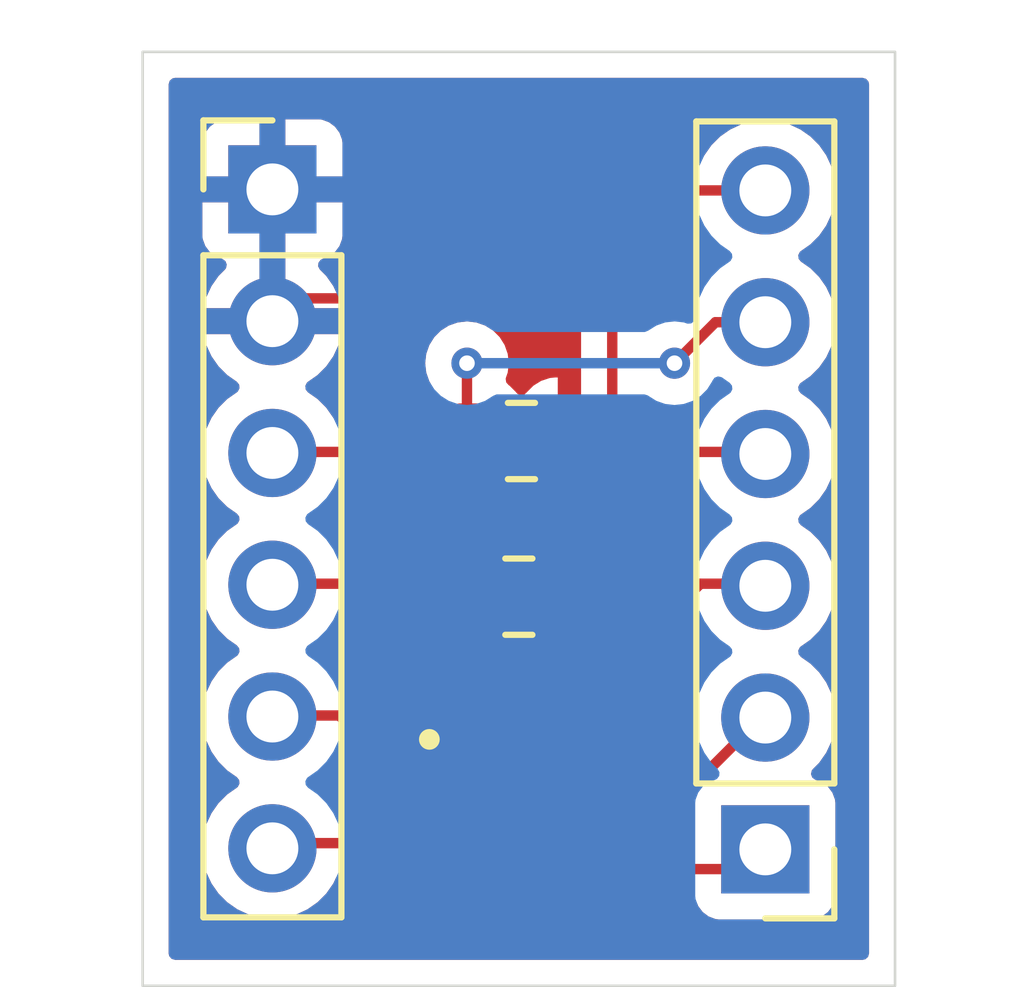
<source format=kicad_pcb>
(kicad_pcb (version 20240108) (generator "pcbnew") (generator_version "8.0")
  (layers (0 "F.Cu" signal) (31 "B.Cu" signal) (34 "B.Paste" user) (35 "F.Paste" user) (36 "B.SilkS" user "B.Silkscreen") (37 "F.SilkS" user "F.Silkscreen") (38 "B.Mask" user) (39 "F.Mask" user) (44 "Edge.Cuts" user))
  (net 0 "")
  (net 1 "GND")
  (net 2 "+5V")
  (net 3 "Net-(J1-Pin_1)")
  (net 4 "Net-(J1-Pin_2)")
  (net 5 "Net-(J1-Pin_4)")
  (net 6 "Net-(J1-Pin_3)")
  (net 7 "Net-(J2-Pin_3)")
  (net 8 "Net-(J2-Pin_4)")
  (net 9 "+3.3V")
  (net 10 "Net-(J2-Pin_5)")
  (net 11 "Net-(J2-Pin_6)")
  (footprint "Capacitor_SMD:C_0805_2012Metric" (layer "F.Cu") (at 161.3 70)
    (property "Reference" "C1" (hide yes))
    (property "Value" "10μF" (hide yes))
    (fp_line (start -0.261252 -0.735) (end 0.261252 -0.735) (stroke (width 0.12)) (layer "F.SilkS"))
    (fp_line (start -0.261252 0.735) (end 0.261252 0.735) (stroke (width 0.12)) (layer "F.SilkS"))
    (pad "1" smd roundrect (at -0.95 0) (size 1 1.45) (layers "F.Cu" "F.Paste" "F.Mask") (net 2 "+5V"))
    (pad "2" smd roundrect (at 0.95 0) (size 1 1.45) (layers "F.Cu" "F.Paste" "F.Mask") (net 1 "GND"))
  )
  (footprint "Connector_PinHeader_2.54mm:PinHeader_1x06_P2.54mm_Vertical" (layer "F.Cu") (at 156.5 65.15)
    (property "Reference" "J2" (hide yes))
    (property "Value" "Conn_01x06_Pin" (hide yes))
    (fp_line (start -1.33 -1.33) (end 0 -1.33) (stroke (width 0.12)) (layer "F.SilkS"))
    (fp_line (start -1.33 0) (end -1.33 -1.33) (stroke (width 0.12)) (layer "F.SilkS"))
    (fp_line (start -1.33 1.27) (end -1.33 14.03) (stroke (width 0.12)) (layer "F.SilkS"))
    (fp_line (start -1.33 1.27) (end 1.33 1.27) (stroke (width 0.12)) (layer "F.SilkS"))
    (fp_line (start -1.33 14.03) (end 1.33 14.03) (stroke (width 0.12)) (layer "F.SilkS"))
    (fp_line (start 1.33 1.27) (end 1.33 14.03) (stroke (width 0.12)) (layer "F.SilkS"))
    (pad "1" thru_hole rect (at 0 0) (size 1.7 1.7) (drill 1) (layers "*.Cu" "*.Mask") (net 1 "GND"))
    (pad "2" thru_hole oval (at 0 2.54) (size 1.7 1.7) (drill 1) (layers "*.Cu" "*.Mask") (net 1 "GND"))
    (pad "3" thru_hole oval (at 0 5.08) (size 1.7 1.7) (drill 1) (layers "*.Cu" "*.Mask") (net 7 "Net-(J2-Pin_3)"))
    (pad "4" thru_hole oval (at 0 7.62) (size 1.7 1.7) (drill 1) (layers "*.Cu" "*.Mask") (net 8 "Net-(J2-Pin_4)"))
    (pad "5" thru_hole oval (at 0 10.16) (size 1.7 1.7) (drill 1) (layers "*.Cu" "*.Mask") (net 10 "Net-(J2-Pin_5)"))
    (pad "6" thru_hole oval (at 0 12.7) (size 1.7 1.7) (drill 1) (layers "*.Cu" "*.Mask") (net 11 "Net-(J2-Pin_6)"))
  )
  (footprint "Capacitor_SMD:C_0805_2012Metric" (layer "F.Cu") (at 161.25 73)
    (property "Reference" "C2" (hide yes))
    (property "Value" "0.1μF" (hide yes))
    (fp_line (start -0.261252 -0.735) (end 0.261252 -0.735) (stroke (width 0.12)) (layer "F.SilkS"))
    (fp_line (start -0.261252 0.735) (end 0.261252 0.735) (stroke (width 0.12)) (layer "F.SilkS"))
    (pad "1" smd roundrect (at -0.95 0) (size 1 1.45) (layers "F.Cu" "F.Paste" "F.Mask") (net 2 "+5V"))
    (pad "2" smd roundrect (at 0.95 0) (size 1 1.45) (layers "F.Cu" "F.Paste" "F.Mask") (net 1 "GND"))
  )
  (footprint "DRV8835DSSR:SON50P300X200X80-13N" (layer "F.Cu") (at 161.25 77)
    (property "Reference" "U1" (hide yes))
    (property "Value" "~")
    (fp_circle (center -1.725 -1.25) (end -1.625 -1.25) (stroke (width 0.2)) (fill none) (layer "F.SilkS"))
    (pad "1" smd roundrect (at -0.925 -1.25) (size 0.5 0.25) (layers "F.Cu" "F.Paste" "F.Mask") (net 2 "+5V"))
    (pad "2" smd roundrect (at -0.925 -0.75) (size 0.5 0.25) (layers "F.Cu" "F.Paste" "F.Mask") (net 7 "Net-(J2-Pin_3)"))
    (pad "3" smd roundrect (at -0.925 -0.25) (size 0.5 0.25) (layers "F.Cu" "F.Paste" "F.Mask") (net 8 "Net-(J2-Pin_4)"))
    (pad "4" smd roundrect (at -0.925 0.25) (size 0.5 0.25) (layers "F.Cu" "F.Paste" "F.Mask") (net 10 "Net-(J2-Pin_5)"))
    (pad "5" smd roundrect (at -0.925 0.75) (size 0.5 0.25) (layers "F.Cu" "F.Paste" "F.Mask") (net 11 "Net-(J2-Pin_6)"))
    (pad "6" smd roundrect (at -0.925 1.25) (size 0.5 0.25) (layers "F.Cu" "F.Paste" "F.Mask") (net 1 "GND"))
    (pad "7" smd roundrect (at 0.95 1.25) (size 0.5 0.25) (layers "F.Cu" "F.Paste" "F.Mask") (net 3 "Net-(J1-Pin_1)"))
    (pad "8" smd roundrect (at 0.95 0.75) (size 0.5 0.25) (layers "F.Cu" "F.Paste" "F.Mask") (net 4 "Net-(J1-Pin_2)"))
    (pad "9" smd roundrect (at 0.95 0.25) (size 0.5 0.25) (layers "F.Cu" "F.Paste" "F.Mask") (net 6 "Net-(J1-Pin_3)"))
    (pad "10" smd roundrect (at 0.95 -0.25) (size 0.5 0.25) (layers "F.Cu" "F.Paste" "F.Mask") (net 5 "Net-(J1-Pin_4)"))
    (pad "11" smd roundrect (at 0.95 -0.75) (size 0.5 0.25) (layers "F.Cu" "F.Paste" "F.Mask") (net 1 "GND"))
    (pad "12" smd roundrect (at 0.95 -1.245) (size 0.5 0.25) (layers "F.Cu" "F.Paste" "F.Mask") (net 9 "+3.3V"))
    (pad "13" smd rect (at 0 0) (size 0.35 2) (layers "F.Cu") (net 1 "GND"))
    (pad "14" smd rect (at 0 -1.35) (size 0.35 0.3) (layers "F.Cu") (net 1 "GND"))
    (pad "15" smd rect (at 0 1.35) (size 0.35 0.3) (layers "F.Cu") (net 1 "GND"))
  )
  (footprint "Connector_PinHeader_2.54mm:PinHeader_1x06_P2.54mm_Vertical" (layer "F.Cu") (at 166 77.87 180)
    (property "Reference" "J1" (hide yes))
    (property "Value" "Conn_01x06_Pin" (hide yes))
    (fp_line (start 1.33 1.27) (end 1.33 14.03) (stroke (width 0.12)) (layer "F.SilkS"))
    (fp_line (start -1.33 14.03) (end 1.33 14.03) (stroke (width 0.12)) (layer "F.SilkS"))
    (fp_line (start -1.33 1.27) (end 1.33 1.27) (stroke (width 0.12)) (layer "F.SilkS"))
    (fp_line (start -1.33 1.27) (end -1.33 14.03) (stroke (width 0.12)) (layer "F.SilkS"))
    (fp_line (start -1.33 0) (end -1.33 -1.33) (stroke (width 0.12)) (layer "F.SilkS"))
    (fp_line (start -1.33 -1.33) (end 0 -1.33) (stroke (width 0.12)) (layer "F.SilkS"))
    (pad "1" thru_hole rect (at 0 0 180) (size 1.7 1.7) (drill 1) (layers "*.Cu" "*.Mask") (net 3 "Net-(J1-Pin_1)"))
    (pad "2" thru_hole oval (at 0 2.54 180) (size 1.7 1.7) (drill 1) (layers "*.Cu" "*.Mask") (net 4 "Net-(J1-Pin_2)"))
    (pad "3" thru_hole oval (at 0 5.08 180) (size 1.7 1.7) (drill 1) (layers "*.Cu" "*.Mask") (net 6 "Net-(J1-Pin_3)"))
    (pad "4" thru_hole oval (at 0 7.62 180) (size 1.7 1.7) (drill 1) (layers "*.Cu" "*.Mask") (net 5 "Net-(J1-Pin_4)"))
    (pad "5" thru_hole oval (at 0 10.16 180) (size 1.7 1.7) (drill 1) (layers "*.Cu" "*.Mask") (net 2 "+5V"))
    (pad "6" thru_hole oval (at 0 12.7 180) (size 1.7 1.7) (drill 1) (layers "*.Cu" "*.Mask") (net 9 "+3.3V"))
  )
  (gr_rect (start 154 62.5) (end 168.5 80.5) (stroke (width 0.05)) (fill none) (layer "Edge.Cuts"))
  (segment (start 162.25 70) (end 162.25 74) (width 0.2) (layer "F.Cu") (net 1))
  (segment (start 162.2 76.25) (end 161.85 76.25) (width 0.2) (layer "F.Cu") (net 1))
  (segment (start 160.325 78.25) (end 161.15 78.25) (width 0.2) (layer "F.Cu") (net 1))
  (segment (start 162.25 67.75) (end 162.25 70) (width 0.2) (layer "F.Cu") (net 1))
  (segment (start 161.25 75) (end 161.25 78.35) (width 0.2) (layer "F.Cu") (net 1))
  (segment (start 162.25 74) (end 161.25 75) (width 0.2) (layer "F.Cu") (net 1))
  (segment (start 161.75 67.25) (end 162.25 67.75) (width 0.2) (layer "F.Cu") (net 1))
  (segment (start 156.5 65.15) (end 156.5 67.69) (width 0.2) (layer "F.Cu") (net 1))
  (segment (start 156.94 67.25) (end 161.75 67.25) (width 0.2) (layer "F.Cu") (net 1))
  (segment (start 156.5 67.69) (end 156.94 67.25) (width 0.2) (layer "F.Cu") (net 1))
  (segment (start 161.15 78.25) (end 161.25 78.35) (width 0.2) (layer "F.Cu") (net 1))
  (segment (start 161.85 76.25) (end 161.25 75.65) (width 0.2) (layer "F.Cu") (net 1))
  (segment (start 160.325 70.025) (end 160.35 70) (width 0.2) (layer "F.Cu") (net 2))
  (segment (start 160.25 68.5) (end 160.25 69.9) (width 0.2) (layer "F.Cu") (net 2))
  (segment (start 164.25 68.5) (end 165.04 67.71) (width 0.2) (layer "F.Cu") (net 2))
  (segment (start 165.04 67.71) (end 166 67.71) (width 0.2) (layer "F.Cu") (net 2))
  (segment (start 160.25 69.9) (end 160.35 70) (width 0.2) (layer "F.Cu") (net 2))
  (segment (start 160.325 75.75) (end 160.325 70.025) (width 0.2) (layer "F.Cu") (net 2))
  (via (at 164.25 68.5) (size 0.6) (drill 0.3) (layers "F.Cu" "B.Cu") (net 2))
  (via (at 160.25 68.5) (size 0.6) (drill 0.3) (layers "F.Cu" "B.Cu") (net 2))
  (segment (start 164.25 68.5) (end 160.25 68.5) (width 0.2) (layer "B.Cu") (net 2))
  (segment (start 162.2 78.25) (end 165.33 78.25) (width 0.2) (layer "F.Cu") (net 3))
  (segment (start 165.33 78.25) (end 165.75 77.83) (width 0.2) (layer "F.Cu") (net 3))
  (segment (start 162.2 77.75) (end 163.5 77.75) (width 0.2) (layer "F.Cu") (net 4))
  (segment (start 163.5 77.75) (end 165.75 75.5) (width 0.2) (layer "F.Cu") (net 4))
  (segment (start 165.75 75.5) (end 165.75 75.29) (width 0.2) (layer "F.Cu") (net 4))
  (segment (start 162.5 76.75) (end 163.75 75.5) (width 0.2) (layer "F.Cu") (net 5))
  (segment (start 164.04 70.21) (end 165.75 70.21) (width 0.2) (layer "F.Cu") (net 5))
  (segment (start 163.75 70.5) (end 164.04 70.21) (width 0.2) (layer "F.Cu") (net 5))
  (segment (start 163.75 75.5) (end 163.75 70.5) (width 0.2) (layer "F.Cu") (net 5))
  (segment (start 162.2 76.75) (end 162.5 76.75) (width 0.2) (layer "F.Cu") (net 5))
  (segment (start 164.25 73.25) (end 164.75 72.75) (width 0.2) (layer "F.Cu") (net 6))
  (segment (start 164.25 76.25) (end 164.25 73.25) (width 0.2) (layer "F.Cu") (net 6))
  (segment (start 164.75 72.75) (end 165.75 72.75) (width 0.2) (layer "F.Cu") (net 6))
  (segment (start 162.2 77.25) (end 163.25 77.25) (width 0.2) (layer "F.Cu") (net 6))
  (segment (start 163.25 77.25) (end 164.25 76.25) (width 0.2) (layer "F.Cu") (net 6))
  (segment (start 159.5 76.25) (end 159 75.75) (width 0.2) (layer "F.Cu") (net 7))
  (segment (start 158.46 70.21) (end 156.75 70.21) (width 0.2) (layer "F.Cu") (net 7))
  (segment (start 159 75.75) (end 159 70.75) (width 0.2) (layer "F.Cu") (net 7))
  (segment (start 159 70.75) (end 158.46 70.21) (width 0.2) (layer "F.Cu") (net 7))
  (segment (start 160.325 76.25) (end 159.5 76.25) (width 0.2) (layer "F.Cu") (net 7))
  (segment (start 159 76.75) (end 160.325 76.75) (width 0.2) (layer "F.Cu") (net 8))
  (segment (start 158.5 76.25) (end 159 76.75) (width 0.2) (layer "F.Cu") (net 8))
  (segment (start 158 72.75) (end 158.5 73.25) (width 0.2) (layer "F.Cu") (net 8))
  (segment (start 156.75 72.75) (end 158 72.75) (width 0.2) (layer "F.Cu") (net 8))
  (segment (start 158.5 73.25) (end 158.5 76.25) (width 0.2) (layer "F.Cu") (net 8))
  (segment (start 163.05 74.905) (end 162.2 75.755) (width 0.2) (layer "F.Cu") (net 9))
  (segment (start 163.05 65.45) (end 163.05 74.905) (width 0.2) (layer "F.Cu") (net 9))
  (segment (start 163.33 65.17) (end 163.05 65.45) (width 0.2) (layer "F.Cu") (net 9))
  (segment (start 166 65.17) (end 163.33 65.17) (width 0.2) (layer "F.Cu") (net 9))
  (segment (start 158 75.5) (end 157.79 75.29) (width 0.2) (layer "F.Cu") (net 10))
  (segment (start 158.5 77.25) (end 158 76.75) (width 0.2) (layer "F.Cu") (net 10))
  (segment (start 160.325 77.25) (end 158.5 77.25) (width 0.2) (layer "F.Cu") (net 10))
  (segment (start 157.79 75.29) (end 156.75 75.29) (width 0.2) (layer "F.Cu") (net 10))
  (segment (start 158 76.75) (end 158 75.5) (width 0.2) (layer "F.Cu") (net 10))
  (segment (start 156.83 77.75) (end 160.325 77.75) (width 0.2) (layer "F.Cu") (net 11))
  (segment (start 156.75 77.83) (end 156.83 77.75) (width 0.2) (layer "F.Cu") (net 11))
  (zone (net 1) (net_name "GND") (layers "F&B.Cu") (connect_pads (clearance 0.5)) (min_thickness 0.25) (fill yes (thermal_gap 0.5) (thermal_bridge_width 0.5))
    (polygon (pts (xy 151.25 61.5) (xy 151.25 80.5) (xy 171 80.5) (xy 171 61.5)))
  )
)
</source>
